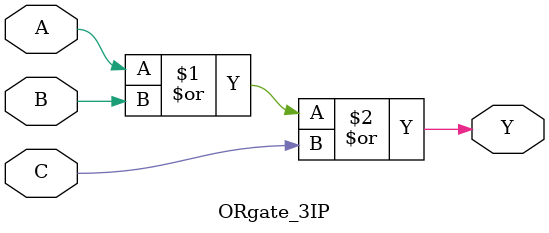
<source format=v>
`timescale 1ns / 1ps
module ORgate_3IP(
    input A,
    input B,
    input C,
    output Y
    );

assign Y= A|B|C;

endmodule

</source>
